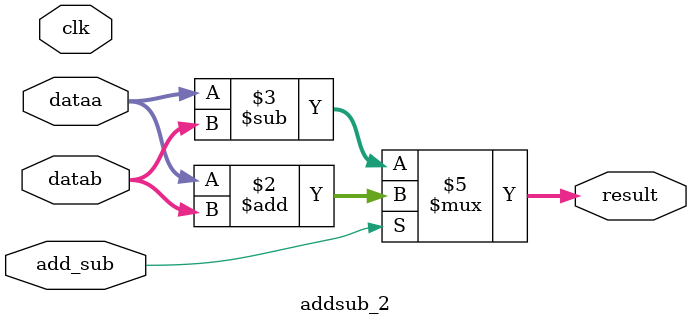
<source format=v>
module addsub_2
(
	input [7:0] dataa,
	input [7:0] datab,
	input add_sub,	  
	input clk,
	output reg [7:0] result
);
	always @ (*)
	begin
		if (add_sub)
			result <= dataa + datab;
		else
			result <= dataa - datab;
	end
endmodule
</source>
